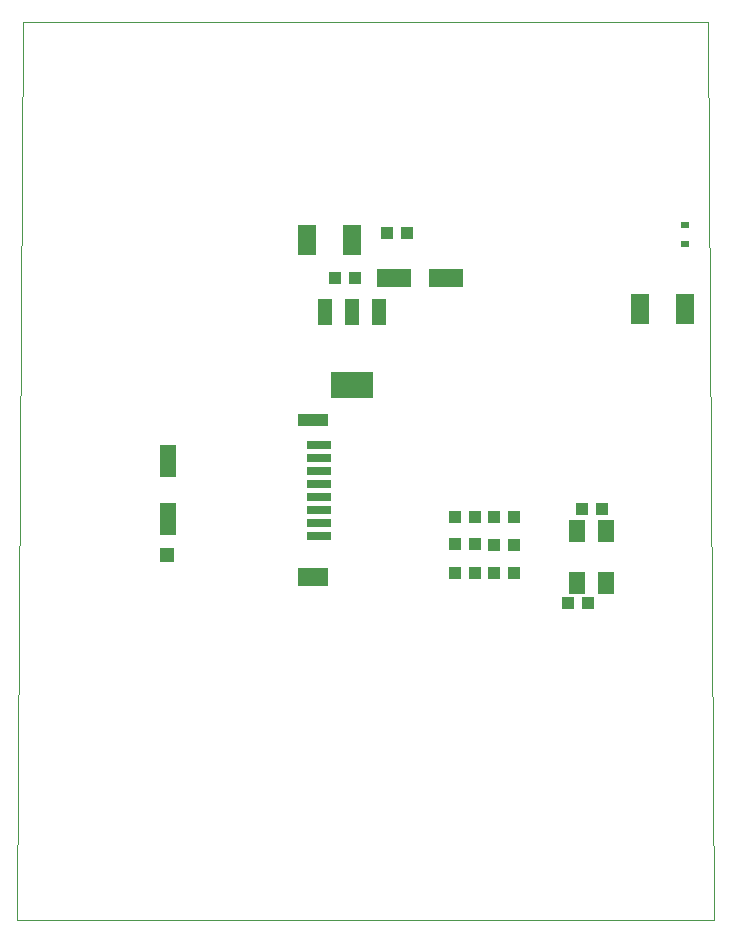
<source format=gbp>
G75*
%MOIN*%
%OFA0B0*%
%FSLAX25Y25*%
%IPPOS*%
%LPD*%
%AMOC8*
5,1,8,0,0,1.08239X$1,22.5*
%
%ADD10C,0.00000*%
%ADD11R,0.04331X0.03937*%
%ADD12R,0.11811X0.06299*%
%ADD13R,0.04800X0.08800*%
%ADD14R,0.14173X0.08661*%
%ADD15R,0.07874X0.02756*%
%ADD16R,0.10236X0.03937*%
%ADD17R,0.05512X0.10630*%
%ADD18R,0.04724X0.04724*%
%ADD19R,0.10236X0.05906*%
%ADD20R,0.05512X0.07480*%
%ADD21R,0.06000X0.10000*%
%ADD22R,0.03150X0.02362*%
D10*
X0006969Y0009400D02*
X0008937Y0308613D01*
X0237283Y0308613D01*
X0239252Y0009400D01*
X0006969Y0009400D01*
D11*
X0152866Y0125057D03*
X0159559Y0125057D03*
X0165894Y0124935D03*
X0172587Y0124935D03*
X0172535Y0134180D03*
X0165843Y0134180D03*
X0159654Y0134435D03*
X0152961Y0134435D03*
X0152961Y0143498D03*
X0159654Y0143498D03*
X0165965Y0143648D03*
X0172657Y0143648D03*
X0195059Y0146298D03*
X0201752Y0146298D03*
X0197252Y0114924D03*
X0190559Y0114924D03*
X0119370Y0223337D03*
X0112677Y0223337D03*
X0130177Y0238337D03*
X0136870Y0238337D03*
D12*
X0132362Y0223337D03*
X0149685Y0223337D03*
D13*
X0127624Y0212037D03*
X0118524Y0212037D03*
X0109424Y0212037D03*
D14*
X0118524Y0187636D03*
D15*
X0107591Y0167715D03*
X0107591Y0163384D03*
X0107591Y0159054D03*
X0107591Y0154723D03*
X0107591Y0150392D03*
X0107591Y0146061D03*
X0107591Y0141731D03*
X0107591Y0137400D03*
D16*
X0105622Y0175983D03*
D17*
X0057091Y0162203D03*
X0057091Y0142912D03*
D18*
X0056697Y0130904D03*
D19*
X0105622Y0123424D03*
D20*
X0193551Y0121455D03*
X0203000Y0121455D03*
X0203000Y0138778D03*
X0193551Y0138778D03*
D21*
X0214508Y0212947D03*
X0229508Y0212947D03*
X0118524Y0235837D03*
X0103524Y0235837D03*
D22*
X0229409Y0234597D03*
X0229409Y0240896D03*
M02*

</source>
